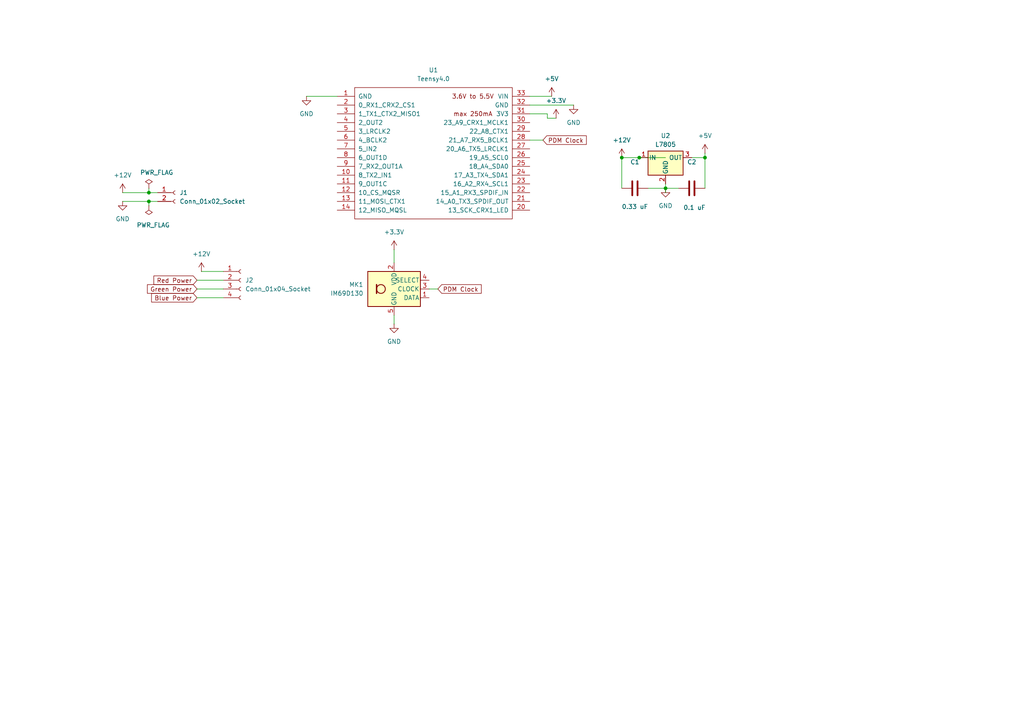
<source format=kicad_sch>
(kicad_sch (version 20250114) (generator "eeschema") (generator_version "9.0")
  (paper "A4")
  (lib_symbols
    (symbol "Connector:Conn_01x02_Socket" (pin_names (offset 1.016) (hide yes))
      (property "Reference" "J" (at 0 2.54 0))
      (property "Value" "Conn_01x02_Socket" (at 0 -5.08 0))
      (symbol "Conn_01x02_Socket_1_1"
        (polyline (pts (xy -1.27 0) (xy -0.508 0)) (stroke (width 0.1524)))
        (polyline (pts (xy -1.27 -2.54) (xy -0.508 -2.54)) (stroke (width 0.1524)))
        (arc (start 0 -0.508) (mid -0.5058 0) (end 0 0.508) (stroke (width 0.1524)))
        (arc (start 0 -3.048) (mid -0.5058 -2.54) (end 0 -2.032) (stroke (width 0.1524)))
        (pin passive line (at -5.08 0 0) (length 3.81) (name "Pin_1") (number "1"))
        (pin passive line (at -5.08 -2.54 0) (length 3.81) (name "Pin_2") (number "2"))
      )
    )
    (symbol "Connector:Conn_01x04_Socket" (pin_names (offset 1.016) (hide yes))
      (property "Reference" "J" (at 0 5.08 0))
      (property "Value" "Conn_01x04_Socket" (at 0 -7.62 0))
      (symbol "Conn_01x04_Socket_1_1"
        (polyline (pts (xy -1.27 2.54) (xy -0.508 2.54)) (stroke (width 0.1524)))
        (polyline (pts (xy -1.27 0) (xy -0.508 0)) (stroke (width 0.1524)))
        (polyline (pts (xy -1.27 -2.54) (xy -0.508 -2.54)) (stroke (width 0.1524)))
        (polyline (pts (xy -1.27 -5.08) (xy -0.508 -5.08)) (stroke (width 0.1524)))
        (arc (start 0 2.032) (mid -0.5058 2.54) (end 0 3.048) (stroke (width 0.1524)))
        (arc (start 0 -0.508) (mid -0.5058 0) (end 0 0.508) (stroke (width 0.1524)))
        (arc (start 0 -3.048) (mid -0.5058 -2.54) (end 0 -2.032) (stroke (width 0.1524)))
        (arc (start 0 -5.588) (mid -0.5058 -5.08) (end 0 -4.572) (stroke (width 0.1524)))
        (pin passive line (at -5.08 2.54 0) (length 3.81) (name "Pin_1") (number "1"))
        (pin passive line (at -5.08 0 0) (length 3.81) (name "Pin_2") (number "2"))
        (pin passive line (at -5.08 -2.54 0) (length 3.81) (name "Pin_3") (number "3"))
        (pin passive line (at -5.08 -5.08 0) (length 3.81) (name "Pin_4") (number "4"))
      )
    )
    (symbol "Custom:Teensy4.0" (pin_names (offset 1.016))
      (property "Reference" "U" (at 0 24.13 0))
      (property "Value" "Teensy4.0" (at 0 21.59 0))
      (symbol "Teensy4.0_0_0"
        (text "3.6V to 5.5V" (at 11.43 17.78 0) (effects (font (size 1.27 1.27))))
        (text "max 250mA" (at 11.43 12.7 0) (effects (font (size 1.27 1.27))))
        (pin bidirectional line (at -27.94 7.62 0) (length 5.08) (name "3_LRCLK2") (number "5"))
        (pin bidirectional line (at -27.94 5.08 0) (length 5.08) (name "4_BCLK2") (number "6"))
        (pin bidirectional line (at -27.94 2.54 0) (length 5.08) (name "5_IN2") (number "7"))
        (pin bidirectional line (at -27.94 0 0) (length 5.08) (name "6_OUT1D") (number "8"))
        (pin bidirectional line (at -27.94 -2.54 0) (length 5.08) (name "7_RX2_OUT1A") (number "9"))
        (pin bidirectional line (at -27.94 -5.08 0) (length 5.08) (name "8_TX2_IN1") (number "10"))
        (pin bidirectional line (at -27.94 -7.62 0) (length 5.08) (name "9_OUT1C") (number "11"))
        (pin bidirectional line (at -27.94 -10.16 0) (length 5.08) (name "10_CS_MQSR") (number "12"))
        (pin bidirectional line (at -27.94 -12.7 0) (length 5.08) (name "11_MOSI_CTX1") (number "13"))
        (pin bidirectional line (at -27.94 -15.24 0) (length 5.08) (name "12_MISO_MQSL") (number "14"))
        (pin power_in line (at 27.94 17.78 180) (length 5.08) (name "VIN") (number "33"))
        (pin power_in line (at 27.94 15.24 180) (length 5.08) (name "GND") (number "32"))
        (pin power_out line (at 27.94 12.7 180) (length 5.08) (name "3V3") (number "31"))
        (pin bidirectional line (at 27.94 10.16 180) (length 5.08) (name "23_A9_CRX1_MCLK1") (number "30"))
        (pin bidirectional line (at 27.94 7.62 180) (length 5.08) (name "22_A8_CTX1") (number "29"))
        (pin bidirectional line (at 27.94 5.08 180) (length 5.08) (name "21_A7_RX5_BCLK1") (number "28"))
        (pin bidirectional line (at 27.94 2.54 180) (length 5.08) (name "20_A6_TX5_LRCLK1") (number "27"))
        (pin bidirectional line (at 27.94 0 180) (length 5.08) (name "19_A5_SCL0") (number "26"))
        (pin bidirectional line (at 27.94 -2.54 180) (length 5.08) (name "18_A4_SDA0") (number "25"))
        (pin bidirectional line (at 27.94 -5.08 180) (length 5.08) (name "17_A3_TX4_SDA1") (number "24"))
        (pin bidirectional line (at 27.94 -7.62 180) (length 5.08) (name "16_A2_RX4_SCL1") (number "23"))
        (pin bidirectional line (at 27.94 -10.16 180) (length 5.08) (name "15_A1_RX3_SPDIF_IN") (number "22"))
        (pin bidirectional line (at 27.94 -12.7 180) (length 5.08) (name "14_A0_TX3_SPDIF_OUT") (number "21"))
        (pin bidirectional line (at 27.94 -15.24 180) (length 5.08) (name "13_SCK_CRX1_LED") (number "20"))
      )
      (symbol "Teensy4.0_0_1"
        (rectangle (start -22.86 20.32) (end 22.86 -17.78))
      )
      (symbol "Teensy4.0_1_1"
        (pin power_in line (at -27.94 17.78 0) (length 5.08) (name "GND") (number "1"))
        (pin bidirectional line (at -27.94 15.24 0) (length 5.08) (name "0_RX1_CRX2_CS1") (number "2"))
        (pin bidirectional line (at -27.94 12.7 0) (length 5.08) (name "1_TX1_CTX2_MISO1") (number "3"))
        (pin bidirectional line (at -27.94 10.16 0) (length 5.08) (name "2_OUT2") (number "4"))
      )
    )
    (symbol "Device:C" (pin_numbers (hide yes)) (pin_names (offset 0.254))
      (property "Reference" "C" (at 0.635 2.54 0))
      (property "Value" "C" (at 0.635 -2.54 0))
      (symbol "C_0_1"
        (polyline (pts (xy -2.032 0.762) (xy 2.032 0.762)) (stroke (width 0.508)))
        (polyline (pts (xy -2.032 -0.762) (xy 2.032 -0.762)) (stroke (width 0.508)))
      )
      (symbol "C_1_1"
        (pin passive line (at 0 3.81 270) (length 2.794) (name "~") (number "1"))
        (pin passive line (at 0 -3.81 90) (length 2.794) (name "~") (number "2"))
      )
    )
    (symbol "Regulator_Linear:L7805" (pin_names (offset 0.254))
      (property "Reference" "U" (at -3.81 3.175 0))
      (property "Value" "L7805" (at 0 3.175 0))
      (symbol "L7805_0_1"
        (rectangle (start -5.08 1.905) (end 5.08 -5.08) (stroke (width 0.254)) (fill (type background)))
      )
      (symbol "L7805_1_1"
        (pin power_in line (at -7.62 0 0) (length 2.54) (name "IN") (number "1"))
        (pin power_in line (at 0 -7.62 90) (length 2.54) (name "GND") (number "2"))
        (pin power_out line (at 7.62 0 180) (length 2.54) (name "OUT") (number "3"))
      )
    )
    (symbol "Sensor_Audio:IM69D130" (pin_names (offset 0.254))
      (property "Reference" "MK" (at -7.62 6.35 0))
      (property "Value" "IM69D130" (at 1.27 6.35 0))
      (symbol "IM69D130_0_1"
        (rectangle (start -7.62 5.08) (end 7.62 -5.08) (stroke (width 0.254)) (fill (type background)))
        (polyline (pts (xy -5.08 1.27) (xy -5.08 -1.27)) (stroke (width 0.381)))
        (circle (center -3.81 0) (radius 1.27) (stroke (width 0.254)))
      )
      (symbol "IM69D130_1_1"
        (pin power_in line (at 0 7.62 270) (length 2.54) (name "VDD") (number "2"))
        (pin power_in line (at 0 -7.62 90) (length 2.54) (name "GND") (number "5"))
        (pin input line (at 10.16 2.54 180) (length 2.54) (name "SELECT") (number "4"))
        (pin input line (at 10.16 0 180) (length 2.54) (name "CLOCK") (number "3"))
        (pin output line (at 10.16 -2.54 180) (length 2.54) (name "DATA") (number "1"))
      )
    )
    (symbol "power:+12V" (power) (pin_numbers (hide yes)) (pin_names (offset 0) (hide yes))
      (property "Value" "+12V" (at 0 3.556 0))
      (symbol "+12V_0_1"
        (polyline (pts (xy -0.762 1.27) (xy 0 2.54)))
        (polyline (pts (xy 0 2.54) (xy 0.762 1.27)))
        (polyline (pts (xy 0 0) (xy 0 2.54)))
      )
      (symbol "+12V_1_1"
        (pin power_in line (at 0 0 90) (length 0) (name "~") (number "1"))
      )
    )
    (symbol "power:+3.3V" (power) (pin_numbers (hide yes)) (pin_names (offset 0) (hide yes))
      (property "Value" "+3.3V" (at 0 3.556 0))
      (symbol "+3.3V_0_1"
        (polyline (pts (xy -0.762 1.27) (xy 0 2.54)))
        (polyline (pts (xy 0 2.54) (xy 0.762 1.27)))
        (polyline (pts (xy 0 0) (xy 0 2.54)))
      )
      (symbol "+3.3V_1_1"
        (pin power_in line (at 0 0 90) (length 0) (name "~") (number "1"))
      )
    )
    (symbol "power:+5V" (power) (pin_numbers (hide yes)) (pin_names (offset 0) (hide yes))
      (property "Value" "+5V" (at 0 3.556 0))
      (symbol "+5V_0_1"
        (polyline (pts (xy -0.762 1.27) (xy 0 2.54)))
        (polyline (pts (xy 0 2.54) (xy 0.762 1.27)))
        (polyline (pts (xy 0 0) (xy 0 2.54)))
      )
      (symbol "+5V_1_1"
        (pin power_in line (at 0 0 90) (length 0) (name "~") (number "1"))
      )
    )
    (symbol "power:GND" (power) (pin_numbers (hide yes)) (pin_names (offset 0) (hide yes))
      (property "Value" "GND" (at 0 -3.81 0))
      (symbol "GND_0_1"
        (polyline (pts (xy 0 0) (xy 0 -1.27) (xy 1.27 -1.27) (xy 0 -2.54) (xy -1.27 -1.27) (xy 0 -1.27)))
      )
      (symbol "GND_1_1"
        (pin power_in line (at 0 0 270) (length 0) (name "~") (number "1"))
      )
    )
    (symbol "power:PWR_FLAG" (power) (pin_numbers (hide yes)) (pin_names (offset 0) (hide yes))
      (property "Value" "PWR_FLAG" (at 0 3.81 0))
      (symbol "PWR_FLAG_0_0"
        (pin power_out line (at 0 0 90) (length 0) (name "~") (number "1"))
      )
      (symbol "PWR_FLAG_0_1"
        (polyline (pts (xy 0 0) (xy 0 1.27) (xy -1.016 1.905) (xy 0 2.54) (xy 1.016 1.905) (xy 0 1.27)))
      )
    )
  )
  (junction (at 43.18 58.42))
  (junction (at 185.42 45.72))
  (junction (at 43.18 55.88))
  (junction (at 204.47 45.72))
  (junction (at 193.04 54.61))
  (junction (at 180.34 45.72))
  (wire (pts (xy 204.47 45.72) (xy 204.47 54.61)))
  (wire (pts (xy 57.15 81.28) (xy 64.77 81.28)))
  (wire (pts (xy 35.56 58.42) (xy 43.18 58.42)))
  (wire (pts (xy 57.15 86.36) (xy 64.77 86.36)))
  (wire (pts (xy 43.18 55.88) (xy 45.72 55.88)))
  (wire (pts (xy 58.42 78.74) (xy 64.77 78.74)))
  (wire (pts (xy 193.04 45.72) (xy 185.42 45.72)))
  (wire (pts (xy 158.75 34.29) (xy 161.29 34.29)))
  (wire (pts (xy 204.47 44.45) (xy 204.47 45.72)))
  (wire (pts (xy 200.66 45.72) (xy 204.47 45.72)))
  (wire (pts (xy 158.75 33.02) (xy 153.67 33.02)))
  (wire (pts (xy 114.3 91.44) (xy 114.3 93.98)))
  (wire (pts (xy 153.67 40.64) (xy 157.48 40.64)))
  (wire (pts (xy 193.04 54.61) (xy 196.85 54.61)))
  (wire (pts (xy 35.56 55.88) (xy 43.18 55.88)))
  (wire (pts (xy 153.67 27.94) (xy 160.02 27.94)))
  (wire (pts (xy 43.18 58.42) (xy 45.72 58.42)))
  (wire (pts (xy 193.04 54.61) (xy 193.04 55.88)))
  (wire (pts (xy 153.67 30.48) (xy 166.37 30.48)))
  (wire (pts (xy 43.18 58.42) (xy 43.18 59.69)))
  (wire (pts (xy 114.3 72.39) (xy 114.3 76.2)))
  (wire (pts (xy 88.9 27.94) (xy 97.79 27.94)))
  (wire (pts (xy 158.75 34.29) (xy 158.75 33.02)))
  (wire (pts (xy 187.96 54.61) (xy 193.04 54.61)))
  (wire (pts (xy 43.18 54.61) (xy 43.18 55.88)))
  (wire (pts (xy 180.34 45.72) (xy 185.42 45.72)))
  (wire (pts (xy 57.15 83.82) (xy 64.77 83.82)))
  (wire (pts (xy 124.46 83.82) (xy 127 83.82)))
  (wire (pts (xy 180.34 54.61) (xy 180.34 45.72)))
  (wire (pts (xy 193.04 53.34) (xy 193.04 54.61)))
  (global_label "PDM Clock" (shape input) (at 127 83.82 0) (property "Intersheetrefs" "${INTERSHEET_REFS}" (effects (hide yes))))
  (global_label "PDM Clock" (shape input) (at 157.48 40.64 0) (property "Intersheetrefs" "${INTERSHEET_REFS}" (effects (hide yes))))
  (global_label "Red Power" (shape input) (at 57.15 81.28 180) (property "Intersheetrefs" "${INTERSHEET_REFS}" (effects (hide yes))))
  (global_label "Blue Power" (shape input) (at 57.15 86.36 180) (property "Intersheetrefs" "${INTERSHEET_REFS}" (effects (hide yes))))
  (global_label "Green Power" (shape input) (at 57.15 83.82 180) (property "Intersheetrefs" "${INTERSHEET_REFS}" (effects (hide yes))))
  (symbol (lib_id "Connector:Conn_01x04_Socket") (at 69.85 81.28 0) (unit 1)
    (property "Reference" "J2" (at 71.12 81.2799 0) (effects (justify left)))
    (property "Value" "Conn_01x04_Socket" (at 71.12 83.8199 0) (effects (justify left)))
    (property "Description" "Generic connector, single row, 01x04, script generated" (effects (hide yes)))
  )
  (symbol (lib_id "power:GND") (at 35.56 58.42 0) (unit 1)
    (property "Reference" "#PWR02" (effects (hide yes)))
    (property "Value" "GND" (at 35.56 63.5 0))
    (property "Description" "Power symbol creates a global label with name \"GND\" , ground" (effects (hide yes)))
  )
  (symbol (lib_id "power:+5V") (at 160.02 27.94 0) (unit 1)
    (property "Reference" "#PWR09" (effects (hide yes)))
    (property "Value" "+5V" (at 160.02 22.86 0))
    (property "Description" "Power symbol creates a global label with name \"+5V\"" (effects (hide yes)))
  )
  (symbol (lib_id "power:+3.3V") (at 161.29 34.29 0) (unit 1)
    (property "Reference" "#PWR010" (effects (hide yes)))
    (property "Value" "+3.3V" (at 161.29 29.21 0))
    (property "Description" "Power symbol creates a global label with name \"+3.3V\"" (effects (hide yes)))
  )
  (symbol (lib_id "Connector:Conn_01x02_Socket") (at 50.8 55.88 0) (unit 1)
    (property "Reference" "J1" (at 52.07 55.8799 0) (effects (justify left)))
    (property "Value" "Conn_01x02_Socket" (at 52.07 58.4199 0) (effects (justify left)))
    (property "Description" "Generic connector, single row, 01x02, script generated" (effects (hide yes)))
  )
  (symbol (lib_id "power:+12V") (at 58.42 78.74 0) (unit 1)
    (property "Reference" "#PWR03" (effects (hide yes)))
    (property "Value" "+12V" (at 58.42 73.66 0))
    (property "Description" "Power symbol creates a global label with name \"+12V\"" (effects (hide yes)))
  )
  (symbol (lib_id "power:+3.3V") (at 114.3 72.39 0) (unit 1)
    (property "Reference" "#PWR011" (effects (hide yes)))
    (property "Value" "+3.3V" (at 114.3 67.31 0))
    (property "Description" "Power symbol creates a global label with name \"+3.3V\"" (effects (hide yes)))
  )
  (symbol (lib_id "power:+12V") (at 180.34 45.72 0) (unit 1)
    (property "Reference" "#PWR06" (effects (hide yes)))
    (property "Value" "+12V" (at 180.34 40.64 0))
    (property "Description" "Power symbol creates a global label with name \"+12V\"" (effects (hide yes)))
  )
  (symbol (lib_id "Sensor_Audio:IM69D130") (at 114.3 83.82 0) (unit 1)
    (property "Reference" "MK1" (at 105.41 82.5499 0) (effects (justify right)))
    (property "Value" "IM69D130" (at 105.41 85.0899 0) (effects (justify right)))
    (property "Footprint" "Sensor_Audio:Infineon_PG-LLGA-5-1" (effects (hide yes)))
    (property "Datasheet" "https://www.infineon.com/dgdl/Infineon-IM69D130-DS-v01_00-EN.pdf?fileId=5546d462602a9dc801607a0e46511a2e" (effects (hide yes)))
    (property "Description" "High performance digital XENSIV MEMS microphone, -36 dBFS Sensitivity, LLGA-5" (effects (hide yes)))
  )
  (symbol (lib_id "Device:C") (at 200.66 54.61 90) (unit 1)
    (property "Reference" "C2" (at 200.66 46.99 90))
    (property "Value" "0.1 uF" (at 201.422 60.198 90))
    (property "Description" "Unpolarized capacitor" (effects (hide yes)))
  )
  (symbol (lib_id "power:+5V") (at 204.47 44.45 0) (unit 1)
    (property "Reference" "#PWR08" (effects (hide yes)))
    (property "Value" "+5V" (at 204.47 39.37 0))
    (property "Description" "Power symbol creates a global label with name \"+5V\"" (effects (hide yes)))
  )
  (symbol (lib_id "Device:C") (at 184.15 54.61 90) (unit 1)
    (property "Reference" "C1" (at 184.15 46.99 90))
    (property "Value" "0.33 uF" (at 184.15 59.944 90))
    (property "Description" "Unpolarized capacitor" (effects (hide yes)))
  )
  (symbol (lib_id "power:PWR_FLAG") (at 43.18 54.61 0) (unit 1)
    (property "Reference" "#FLG01" (effects (hide yes)))
    (property "Value" "PWR_FLAG" (at 45.466 50.038 0))
    (property "Description" "Special symbol for telling ERC where power comes from" (effects (hide yes)))
  )
  (symbol (lib_id "power:GND") (at 166.37 30.48 0) (unit 1)
    (property "Reference" "#PWR05" (effects (hide yes)))
    (property "Value" "GND" (at 166.37 35.56 0))
    (property "Description" "Power symbol creates a global label with name \"GND\" , ground" (effects (hide yes)))
  )
  (symbol (lib_id "power:GND") (at 193.04 54.61 0) (unit 1)
    (property "Reference" "#PWR07" (effects (hide yes)))
    (property "Value" "GND" (at 193.04 59.69 0))
    (property "Description" "Power symbol creates a global label with name \"GND\" , ground" (effects (hide yes)))
  )
  (symbol (lib_id "power:GND") (at 88.9 27.94 0) (unit 1)
    (property "Reference" "#PWR04" (effects (hide yes)))
    (property "Value" "GND" (at 88.9 33.02 0))
    (property "Description" "Power symbol creates a global label with name \"GND\" , ground" (effects (hide yes)))
  )
  (symbol (lib_id "Regulator_Linear:L7805") (at 193.04 45.72 0) (unit 1)
    (property "Reference" "U2" (at 193.04 39.37 0))
    (property "Value" "L7805" (at 193.04 41.91 0))
    (property "Datasheet" "http://www.st.com/content/ccc/resource/technical/document/datasheet/41/4f/b3/b0/12/d4/47/88/CD00000444.pdf/files/CD00000444.pdf/jcr:content/translations/en.CD00000444.pdf" (effects (hide yes)))
    (property "Description" "Positive 1.5A 35V Linear Regulator, Fixed Output 5V, TO-220/TO-263/TO-252" (effects (hide yes)))
  )
  (symbol (lib_id "power:+12V") (at 35.56 55.88 0) (unit 1)
    (property "Reference" "#PWR01" (effects (hide yes)))
    (property "Value" "+12V" (at 35.56 50.8 0))
    (property "Description" "Power symbol creates a global label with name \"+12V\"" (effects (hide yes)))
  )
  (symbol (lib_id "power:PWR_FLAG") (at 43.18 59.69 180) (unit 1)
    (property "Reference" "#FLG02" (effects (hide yes)))
    (property "Value" "PWR_FLAG" (at 44.45 65.278 0))
    (property "Description" "Special symbol for telling ERC where power comes from" (effects (hide yes)))
  )
  (symbol (lib_id "Custom:Teensy4.0") (at 125.73 45.72 0) (unit 1)
    (property "Reference" "U1" (at 125.73 20.32 0))
    (property "Value" "Teensy4.0" (at 125.73 22.86 0))
    (property "Footprint" "Custom:Teensy40" (effects (hide yes)))
  )
  (symbol (lib_id "power:GND") (at 114.3 93.98 0) (unit 1)
    (property "Reference" "#PWR012" (effects (hide yes)))
    (property "Value" "GND" (at 114.3 99.06 0))
    (property "Description" "Power symbol creates a global label with name \"GND\" , ground" (effects (hide yes)))
  )
)
</source>
